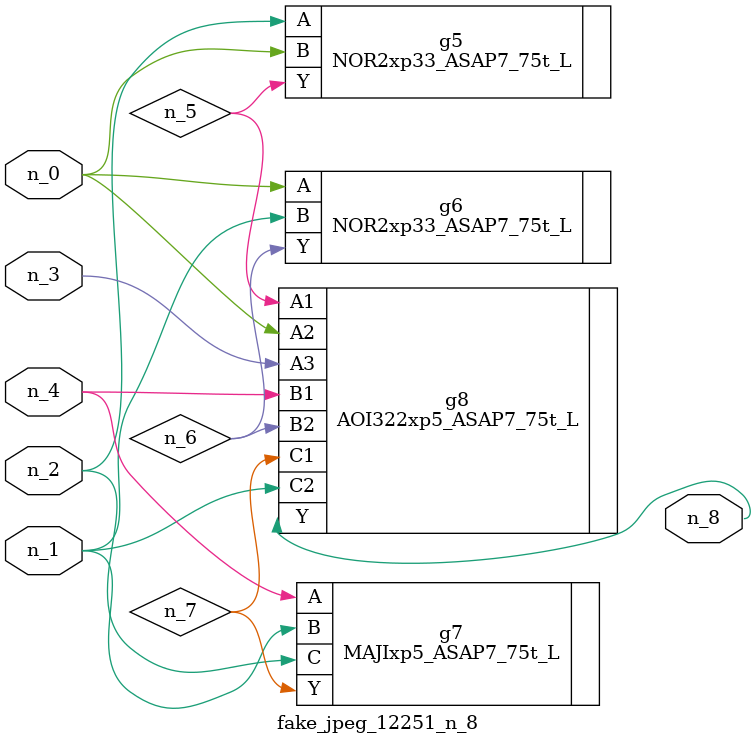
<source format=v>
module fake_jpeg_12251_n_8 (n_3, n_2, n_1, n_0, n_4, n_8);

input n_3;
input n_2;
input n_1;
input n_0;
input n_4;

output n_8;

wire n_6;
wire n_5;
wire n_7;

NOR2xp33_ASAP7_75t_L g5 ( 
.A(n_2),
.B(n_0),
.Y(n_5)
);

NOR2xp33_ASAP7_75t_L g6 ( 
.A(n_0),
.B(n_1),
.Y(n_6)
);

MAJIxp5_ASAP7_75t_L g7 ( 
.A(n_4),
.B(n_1),
.C(n_2),
.Y(n_7)
);

AOI322xp5_ASAP7_75t_L g8 ( 
.A1(n_5),
.A2(n_0),
.A3(n_3),
.B1(n_4),
.B2(n_6),
.C1(n_7),
.C2(n_1),
.Y(n_8)
);


endmodule
</source>
